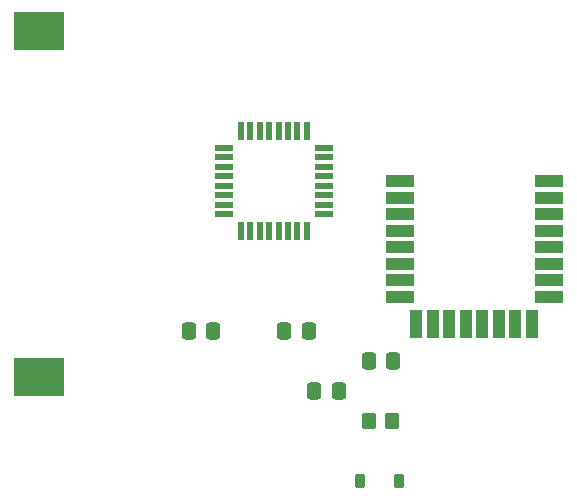
<source format=gbr>
G04 #@! TF.GenerationSoftware,KiCad,Pcbnew,7.0.10*
G04 #@! TF.CreationDate,2024-04-04T22:50:49-05:00*
G04 #@! TF.ProjectId,keychain,6b657963-6861-4696-9e2e-6b696361645f,rev?*
G04 #@! TF.SameCoordinates,Original*
G04 #@! TF.FileFunction,Paste,Top*
G04 #@! TF.FilePolarity,Positive*
%FSLAX46Y46*%
G04 Gerber Fmt 4.6, Leading zero omitted, Abs format (unit mm)*
G04 Created by KiCad (PCBNEW 7.0.10) date 2024-04-04 22:50:49*
%MOMM*%
%LPD*%
G01*
G04 APERTURE LIST*
G04 Aperture macros list*
%AMRoundRect*
0 Rectangle with rounded corners*
0 $1 Rounding radius*
0 $2 $3 $4 $5 $6 $7 $8 $9 X,Y pos of 4 corners*
0 Add a 4 corners polygon primitive as box body*
4,1,4,$2,$3,$4,$5,$6,$7,$8,$9,$2,$3,0*
0 Add four circle primitives for the rounded corners*
1,1,$1+$1,$2,$3*
1,1,$1+$1,$4,$5*
1,1,$1+$1,$6,$7*
1,1,$1+$1,$8,$9*
0 Add four rect primitives between the rounded corners*
20,1,$1+$1,$2,$3,$4,$5,0*
20,1,$1+$1,$4,$5,$6,$7,0*
20,1,$1+$1,$6,$7,$8,$9,0*
20,1,$1+$1,$8,$9,$2,$3,0*%
G04 Aperture macros list end*
%ADD10RoundRect,0.250000X0.337500X0.475000X-0.337500X0.475000X-0.337500X-0.475000X0.337500X-0.475000X0*%
%ADD11R,1.600000X0.550000*%
%ADD12R,0.550000X1.600000*%
%ADD13R,4.200000X3.200000*%
%ADD14R,2.450000X1.000000*%
%ADD15R,1.000000X2.450000*%
%ADD16RoundRect,0.250000X-0.350000X-0.450000X0.350000X-0.450000X0.350000X0.450000X-0.350000X0.450000X0*%
%ADD17RoundRect,0.225000X-0.225000X-0.375000X0.225000X-0.375000X0.225000X0.375000X-0.225000X0.375000X0*%
%ADD18RoundRect,0.250000X-0.337500X-0.475000X0.337500X-0.475000X0.337500X0.475000X-0.337500X0.475000X0*%
G04 APERTURE END LIST*
D10*
G04 #@! TO.C,C3*
X126535000Y-81280000D03*
X124460000Y-81280000D03*
G04 #@! TD*
D11*
G04 #@! TO.C,U1*
X135930000Y-71380000D03*
X135930000Y-70580000D03*
X135930000Y-69780000D03*
X135930000Y-68980000D03*
X135930000Y-68180000D03*
X135930000Y-67380000D03*
X135930000Y-66580000D03*
X135930000Y-65780000D03*
D12*
X134480000Y-64330000D03*
X133680000Y-64330000D03*
X132880000Y-64330000D03*
X132080000Y-64330000D03*
X131280000Y-64330000D03*
X130480000Y-64330000D03*
X129680000Y-64330000D03*
X128880000Y-64330000D03*
D11*
X127430000Y-65780000D03*
X127430000Y-66580000D03*
X127430000Y-67380000D03*
X127430000Y-68180000D03*
X127430000Y-68980000D03*
X127430000Y-69780000D03*
X127430000Y-70580000D03*
X127430000Y-71380000D03*
D12*
X128880000Y-72830000D03*
X129680000Y-72830000D03*
X130480000Y-72830000D03*
X131280000Y-72830000D03*
X132080000Y-72830000D03*
X132880000Y-72830000D03*
X133680000Y-72830000D03*
X134480000Y-72830000D03*
G04 #@! TD*
D10*
G04 #@! TO.C,C2*
X134620000Y-81280000D03*
X132545000Y-81280000D03*
G04 #@! TD*
D13*
G04 #@! TO.C,REF\u002A\u002A*
X111760000Y-85180000D03*
X111760000Y-55880000D03*
G04 #@! TD*
D14*
G04 #@! TO.C,DWM1*
X142340000Y-68580000D03*
X142340000Y-69980000D03*
X142340000Y-71380000D03*
X142340000Y-72780000D03*
X142340000Y-74180000D03*
X142340000Y-75580000D03*
X142340000Y-76980000D03*
X142340000Y-78380000D03*
D15*
X143740000Y-80675000D03*
X145140000Y-80675000D03*
X146540000Y-80675000D03*
X147940000Y-80675000D03*
X149340000Y-80675000D03*
X150740000Y-80675000D03*
X152140000Y-80675000D03*
X153540000Y-80675000D03*
D14*
X154940000Y-78378800D03*
X154940000Y-76978800D03*
X154940000Y-75580000D03*
X154940000Y-74180000D03*
X154940000Y-72780000D03*
X154940000Y-71380000D03*
X154940000Y-69980000D03*
X154940000Y-68580000D03*
G04 #@! TD*
D10*
G04 #@! TO.C,C1*
X137160000Y-86360000D03*
X135085000Y-86360000D03*
G04 #@! TD*
D16*
G04 #@! TO.C,R3*
X139700000Y-88900000D03*
X141700000Y-88900000D03*
G04 #@! TD*
D17*
G04 #@! TO.C,D1*
X138940000Y-93980000D03*
X142240000Y-93980000D03*
G04 #@! TD*
D18*
G04 #@! TO.C,C4*
X139700000Y-83820000D03*
X141775000Y-83820000D03*
G04 #@! TD*
M02*

</source>
